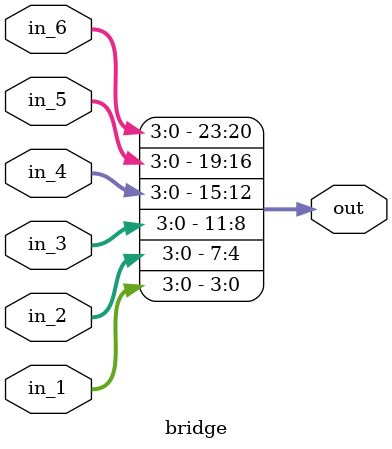
<source format=v>
module bridge
(
	in_1,
	in_2,
	in_3,
	in_4,
	in_5,
	in_6,
	out
);

	input wire [3:0] in_1;
	input wire [3:0] in_2;
	input wire [3:0] in_3;
	input wire [3:0] in_4;
	input wire [3:0] in_5;
	input wire [3:0] in_6;
	output wire [23:0] out;
	
	assign out = {in_6,in_5,in_4,in_3,in_2,in_1};

endmodule

</source>
